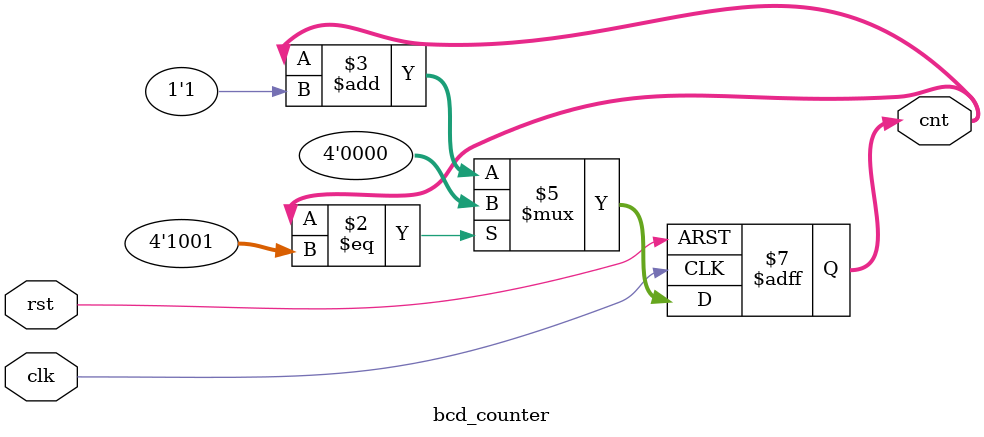
<source format=v>
module bcd_counter (
    input   clk,
    input   rst,

    output  reg [3:0]   cnt
);

always@(posedge clk or posedge rst) begin 

    if (rst) begin 
        cnt <= 0;
    end else begin 
        if (cnt == 4'd9) cnt <= 0;       // 9가 몇 비트지 4'1001
        else cnt <= cnt+ 1'b1;
    end
end
endmodule


</source>
